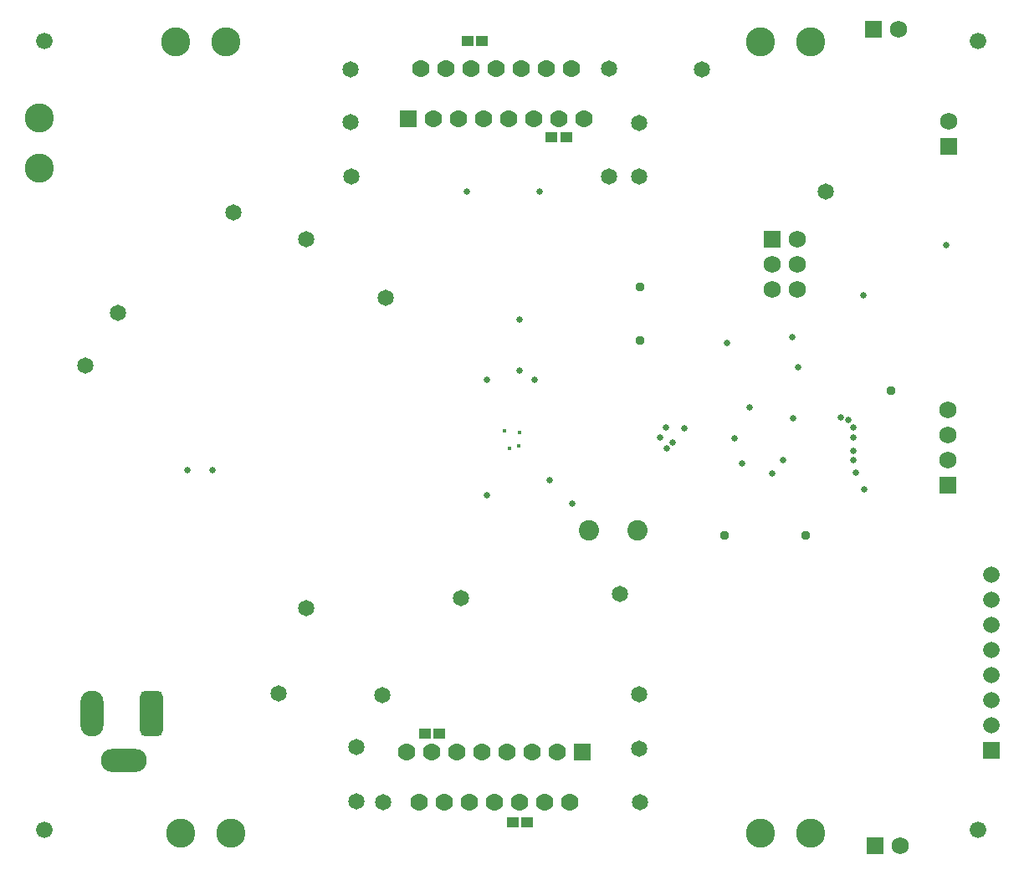
<source format=gbs>
G04*
G04 #@! TF.GenerationSoftware,Altium Limited,Altium Designer,24.1.2 (44)*
G04*
G04 Layer_Color=16711935*
%FSLAX44Y44*%
%MOMM*%
G71*
G04*
G04 #@! TF.SameCoordinates,62CA38D4-F58F-499B-8EE2-8B19808DB9CE*
G04*
G04*
G04 #@! TF.FilePolarity,Negative*
G04*
G01*
G75*
%ADD40R,1.1524X1.1024*%
%ADD55C,1.7500*%
%ADD56R,1.7500X1.7500*%
%ADD57C,2.9440*%
%ADD58C,1.6740*%
%ADD59C,1.6700*%
%ADD60R,1.6700X1.6700*%
%ADD61R,1.7700X1.7700*%
%ADD62C,1.7700*%
%ADD63O,2.3500X4.6500*%
%ADD64O,4.6500X2.3500*%
G04:AMPARAMS|DCode=65|XSize=2.35mm|YSize=4.65mm|CornerRadius=0.625mm|HoleSize=0mm|Usage=FLASHONLY|Rotation=0.000|XOffset=0mm|YOffset=0mm|HoleType=Round|Shape=RoundedRectangle|*
%AMROUNDEDRECTD65*
21,1,2.3500,3.4000,0,0,0.0*
21,1,1.1000,4.6500,0,0,0.0*
1,1,1.2500,0.5500,-1.7000*
1,1,1.2500,-0.5500,-1.7000*
1,1,1.2500,-0.5500,1.7000*
1,1,1.2500,0.5500,1.7000*
%
%ADD65ROUNDEDRECTD65*%
%ADD66C,2.0550*%
%ADD67R,1.7500X1.7500*%
%ADD68C,1.6500*%
%ADD69C,0.6500*%
%ADD70C,0.4500*%
%ADD71C,0.9500*%
D40*
X434100Y131430D02*
D03*
X419100D02*
D03*
X477280Y832470D02*
D03*
X462280D02*
D03*
X508000Y41260D02*
D03*
X523000D02*
D03*
X562490Y734680D02*
D03*
X547490D02*
D03*
D55*
X949840Y751190D02*
D03*
X948570Y459090D02*
D03*
Y433690D02*
D03*
Y408290D02*
D03*
X796170Y631810D02*
D03*
Y606410D02*
D03*
Y581010D02*
D03*
X770770Y606410D02*
D03*
Y581010D02*
D03*
X900310Y18130D02*
D03*
X899040Y843900D02*
D03*
D56*
X949840Y725790D02*
D03*
X948570Y382890D02*
D03*
X770770Y631810D02*
D03*
D57*
X28750Y703500D02*
D03*
Y754300D02*
D03*
X218320Y831200D02*
D03*
X167520D02*
D03*
X223400Y30719D02*
D03*
X172600D02*
D03*
X759340D02*
D03*
X810140D02*
D03*
Y831200D02*
D03*
X759340D02*
D03*
D58*
X979050Y832470D02*
D03*
Y33640D02*
D03*
X34170D02*
D03*
Y832470D02*
D03*
D59*
X992700Y292066D02*
D03*
Y266665D02*
D03*
Y241266D02*
D03*
Y215865D02*
D03*
Y190466D02*
D03*
Y165065D02*
D03*
Y139665D02*
D03*
D60*
Y114265D02*
D03*
D61*
X402470Y753730D02*
D03*
X579000Y112380D02*
D03*
D62*
X415170Y804530D02*
D03*
X427870Y753730D02*
D03*
X440570Y804530D02*
D03*
X453270Y753730D02*
D03*
X465970Y804530D02*
D03*
X478670Y753730D02*
D03*
X491370Y804530D02*
D03*
X504070Y753730D02*
D03*
X516770Y804530D02*
D03*
X529470Y753730D02*
D03*
X542170Y804530D02*
D03*
X554870Y753730D02*
D03*
X567570Y804530D02*
D03*
X580270Y753730D02*
D03*
X401200Y112380D02*
D03*
X413900Y61580D02*
D03*
X426600Y112380D02*
D03*
X439300Y61580D02*
D03*
X452000Y112380D02*
D03*
X464700Y61580D02*
D03*
X477400Y112380D02*
D03*
X490100Y61580D02*
D03*
X502800Y112380D02*
D03*
X515500Y61580D02*
D03*
X528200Y112380D02*
D03*
X540900Y61580D02*
D03*
X553600Y112380D02*
D03*
X566300Y61580D02*
D03*
D63*
X82430Y151750D02*
D03*
D64*
X114930Y104250D02*
D03*
D65*
X142430Y151750D02*
D03*
D66*
X634350Y337170D02*
D03*
X585350D02*
D03*
D67*
X874910Y18130D02*
D03*
X873640Y843900D02*
D03*
D68*
X225940Y658480D02*
D03*
X109100Y556880D02*
D03*
X699650Y803260D02*
D03*
X271660Y172070D02*
D03*
X345320Y695310D02*
D03*
X299600Y258430D02*
D03*
X637420Y61580D02*
D03*
X455810Y268590D02*
D03*
X299600Y631810D02*
D03*
X379610Y572120D02*
D03*
X825380Y680070D02*
D03*
X376277Y170007D02*
D03*
X617100Y272400D02*
D03*
X636150Y749462D02*
D03*
Y695310D02*
D03*
Y116190D02*
D03*
Y170800D02*
D03*
X344050Y749920D02*
D03*
X343998Y803514D02*
D03*
X350400Y62850D02*
D03*
Y117460D02*
D03*
X76080Y503540D02*
D03*
X605670Y695310D02*
D03*
Y804530D02*
D03*
X377070Y61580D02*
D03*
D69*
X792360Y450200D02*
D03*
X770770Y394320D02*
D03*
X791090Y532750D02*
D03*
X864245Y378315D02*
D03*
X855860Y395590D02*
D03*
X853320Y408290D02*
D03*
Y417180D02*
D03*
Y441310D02*
D03*
X535820Y680070D02*
D03*
X462160D02*
D03*
X848240Y448930D02*
D03*
X797440Y502270D02*
D03*
X853320Y431150D02*
D03*
X840620Y451470D02*
D03*
X782200Y408290D02*
D03*
X740290Y404480D02*
D03*
X732670Y429880D02*
D03*
X747910Y461630D02*
D03*
X725050Y526400D02*
D03*
X863480Y574660D02*
D03*
X681870Y440040D02*
D03*
X545980Y387970D02*
D03*
X482480Y372730D02*
D03*
X515500Y498460D02*
D03*
X482480Y489570D02*
D03*
X530740D02*
D03*
X568840Y363840D02*
D03*
X947300Y625460D02*
D03*
X515500Y550530D02*
D03*
X663375Y441267D02*
D03*
X657343Y431035D02*
D03*
X670440Y426070D02*
D03*
X204350Y398130D02*
D03*
X178950D02*
D03*
X664090Y419720D02*
D03*
D70*
X515500Y436230D02*
D03*
X514230Y422260D02*
D03*
X505380Y419720D02*
D03*
X499625Y438135D02*
D03*
D71*
X891420Y478140D02*
D03*
X805060Y332090D02*
D03*
X722510D02*
D03*
X637420Y583550D02*
D03*
Y528940D02*
D03*
M02*

</source>
